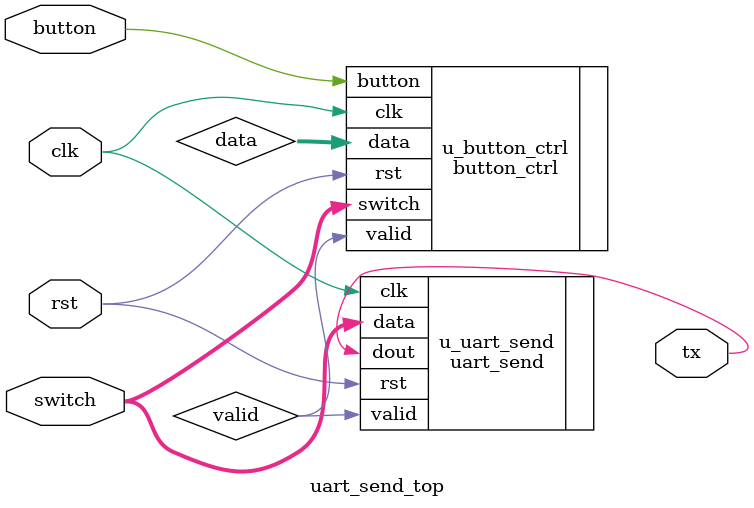
<source format=v>
`timescale 1ns / 1ps


module uart_send_top(
    input        clk   ,         // Ê±ÖÓÐÅºÅ
    input        rst   ,         // ¸´Î»ÐÅºÅ
    input  [7:0] switch,         // ²¦Âë¿ª¹Ø
    input        button,         // °´Å¥
    output       tx              // UART ·¢ËÍÊä³öÐÅºÅ
);

    // ±äÁ¿¶¨Òå
    wire       valid;
    wire [7:0] data ;

    // ²¦Âë¿ª¹Ø¶ÁÈ¡Ä£¿éÊµÀý»¯
    button_ctrl u_button_ctrl(
        .clk   (clk   ), 
        .rst   (rst   ), 
        .button(button), 
        .switch(switch), 
        .valid (valid ), 
        .data  (data  )
    );

    // UART ·¢ËÍÄ£¿éÊµÀý»¯
    uart_send u_uart_send(
        .clk  (clk   ),
        .rst  (rst   ),
        .valid(valid ),
        .data (switch),
        .dout (tx    )
    );

endmodule

</source>
